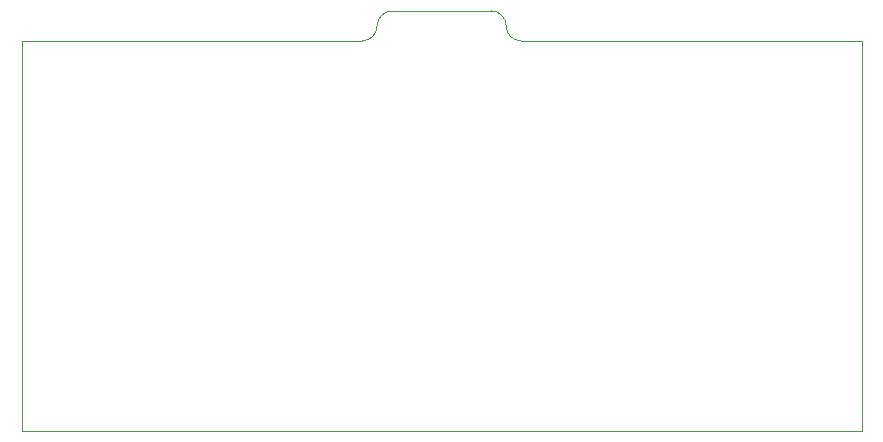
<source format=gbr>
%TF.GenerationSoftware,KiCad,Pcbnew,7.0.5*%
%TF.CreationDate,2024-04-29T12:28:37+10:00*%
%TF.ProjectId,8 key thingy,38206b65-7920-4746-9869-6e67792e6b69,rev?*%
%TF.SameCoordinates,Original*%
%TF.FileFunction,Profile,NP*%
%FSLAX46Y46*%
G04 Gerber Fmt 4.6, Leading zero omitted, Abs format (unit mm)*
G04 Created by KiCad (PCBNEW 7.0.5) date 2024-04-29 12:28:37*
%MOMM*%
%LPD*%
G01*
G04 APERTURE LIST*
%TA.AperFunction,Profile*%
%ADD10C,0.100000*%
%TD*%
G04 APERTURE END LIST*
D10*
X72136000Y-29845000D02*
G75*
G03*
X73406000Y-31115000I1270000J0D01*
G01*
X70866000Y-28575000D02*
X62484000Y-28575000D01*
X31115000Y-31115000D02*
X59944000Y-31115000D01*
X102235000Y-31115000D02*
X73406000Y-31115000D01*
X59944000Y-31115000D02*
G75*
G03*
X61214000Y-29845000I0J1270000D01*
G01*
X62484000Y-28575000D02*
G75*
G03*
X61214000Y-29845000I0J-1270000D01*
G01*
X102235000Y-64135000D02*
X31115000Y-64135000D01*
X31115000Y-64135000D02*
X31115000Y-31115000D01*
X102235000Y-31115000D02*
X102235000Y-64135000D01*
X72136000Y-29845000D02*
G75*
G03*
X70866000Y-28575000I-1270000J0D01*
G01*
M02*

</source>
